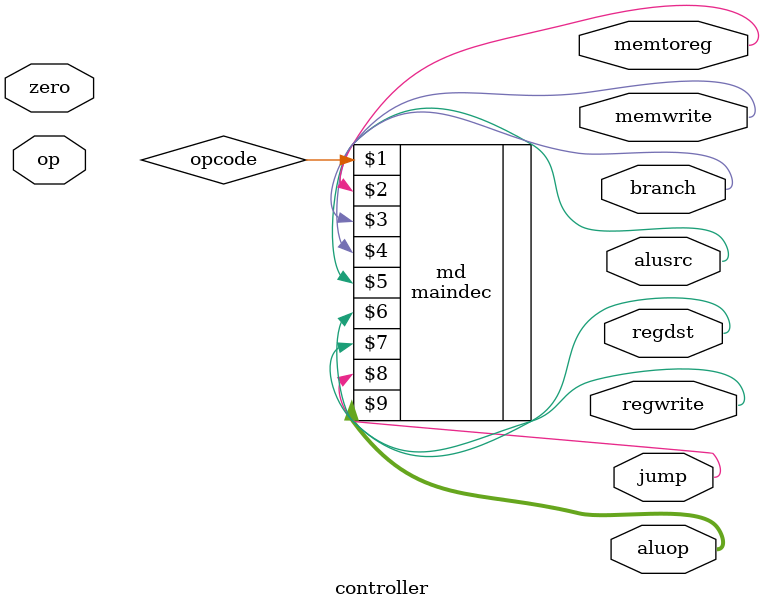
<source format=sv>
`ifndef CONTROLLER
`define CONTROLLER

`timescale 1ns/100ps

`include "../maindec/maindec.sv"
`include "../aludec/aludec.sv"

module controller
    #(parameter n = 32)(
    //
    // ---------------- PORT DEFINITIONS ----------------
    //
    input logic [6:0] op,
    input logic       zero,
    output logic memtoreg,memwrite,branch,alusrc,regdst,regwrite,jump,
    output logic [1:0] aluop
    );
    //
    // ---------------- MODULE DESIGN IMPLEMENTATION ----------------
    //
    
    // CPU main decoder
    maindec md(opcode, memtoreg, memwrite, branch, alusrc, regdst, regwrite, jump, aluop);

endmodule

`endif // CONTROLLER
</source>
